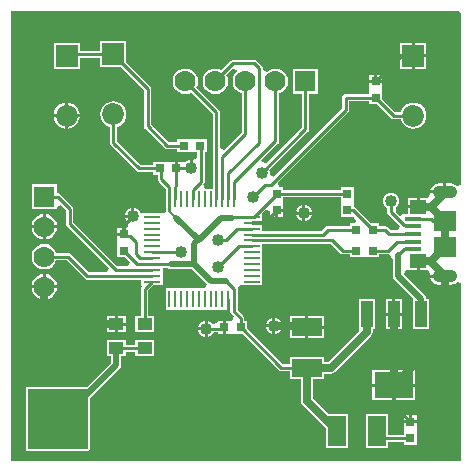
<source format=gtl>
%FSLAX25Y25*%
%MOIN*%
G70*
G01*
G75*
G04 Layer_Physical_Order=1*
G04 Layer_Color=255*
%ADD10R,0.05709X0.04528*%
%ADD11R,0.07480X0.06890*%
%ADD12R,0.05512X0.01575*%
%ADD13R,0.01100X0.05800*%
%ADD14R,0.05800X0.01100*%
%ADD15R,0.03937X0.08661*%
%ADD16R,0.12992X0.08661*%
%ADD17R,0.10000X0.06000*%
%ADD18R,0.03000X0.03000*%
%ADD19R,0.03000X0.03000*%
%ADD20R,0.06000X0.10000*%
%ADD21R,0.05000X0.04000*%
%ADD22C,0.01000*%
%ADD23C,0.02000*%
%ADD24C,0.02500*%
%ADD25C,0.00800*%
%ADD26R,0.20000X0.20000*%
%ADD27C,0.07284*%
%ADD28R,0.07284X0.07284*%
%ADD29O,0.08268X0.04134*%
%ADD30C,0.07000*%
%ADD31R,0.07000X0.07000*%
%ADD32R,0.07000X0.07000*%
%ADD33C,0.04000*%
G36*
X209800Y186800D02*
X209800Y186800D01*
X209800Y185700D01*
X209800D01*
Y181300D01*
X214130D01*
X214315Y181023D01*
X214840Y179755D01*
X214610Y179200D01*
X212800D01*
Y178224D01*
X205500D01*
X205032Y178130D01*
X204635Y177865D01*
X203393Y176623D01*
X183700D01*
Y178150D01*
Y178900D01*
X180100D01*
Y179900D01*
X183700D01*
Y180050D01*
Y182470D01*
X184914Y183684D01*
X186300Y183110D01*
Y181300D01*
X188000D01*
Y183500D01*
X188500D01*
Y184000D01*
X190700D01*
Y185700D01*
D01*
Y185700D01*
X190700Y185700D01*
Y186800D01*
D01*
X190700Y187777D01*
X209800D01*
Y186800D01*
D02*
G37*
G36*
X249500Y249500D02*
X250000Y249000D01*
Y192050D01*
X248580Y191568D01*
X248540Y191619D01*
X247962Y192063D01*
X247289Y192341D01*
X246567Y192437D01*
X245000D01*
Y189646D01*
X244500D01*
Y189146D01*
X239708D01*
X239737Y188923D01*
X239740Y188916D01*
X238907Y187669D01*
X236221D01*
Y184705D01*
X235720D01*
Y184205D01*
X232166D01*
Y182176D01*
X230611D01*
X230611Y182176D01*
Y182176D01*
X229521Y181725D01*
X228397Y182849D01*
X228250Y183203D01*
X228336Y184505D01*
X228426Y184574D01*
X228858Y185138D01*
X229131Y185795D01*
X229223Y186500D01*
X229131Y187205D01*
X228858Y187862D01*
X228426Y188426D01*
X227862Y188858D01*
X227205Y189130D01*
X226500Y189223D01*
X225795Y189130D01*
X225138Y188858D01*
X224574Y188426D01*
X224142Y187862D01*
X223869Y187205D01*
X223777Y186500D01*
X223869Y185795D01*
X224142Y185138D01*
X224574Y184574D01*
X225138Y184142D01*
X225276Y184084D01*
Y183016D01*
X225276Y183016D01*
X225276D01*
X225370Y182547D01*
X225635Y182150D01*
X229605Y178180D01*
X229031Y176794D01*
X226436D01*
X225365Y177865D01*
X224968Y178130D01*
X224500Y178224D01*
X222700D01*
Y179200D01*
X220030D01*
X214865Y184365D01*
X214468Y184630D01*
X214200Y184684D01*
Y185700D01*
D01*
Y185700D01*
X214200Y185700D01*
Y186800D01*
X214200D01*
Y191200D01*
X209800D01*
Y190224D01*
X190700D01*
Y191200D01*
X189390D01*
X188816Y192586D01*
X212365Y216135D01*
X212630Y216532D01*
X212723Y217000D01*
X212723Y217000D01*
X212723Y217000D01*
Y217000D01*
Y219777D01*
X219300D01*
Y218800D01*
X221970D01*
X226635Y214135D01*
X227032Y213870D01*
X227500Y213776D01*
X229807D01*
X230207Y212810D01*
X230904Y211904D01*
X231810Y211208D01*
X232867Y210770D01*
X234000Y210621D01*
X235133Y210770D01*
X236190Y211208D01*
X237097Y211904D01*
X237792Y212810D01*
X238230Y213867D01*
X238379Y215000D01*
X238230Y216133D01*
X237792Y217190D01*
X237097Y218096D01*
X236190Y218793D01*
X235133Y219230D01*
X234000Y219379D01*
X232867Y219230D01*
X231810Y218793D01*
X230904Y218096D01*
X230207Y217190D01*
X229807Y216224D01*
X228007D01*
X223700Y220530D01*
Y223200D01*
D01*
Y223200D01*
X223700Y223200D01*
Y224300D01*
X223700D01*
Y226000D01*
X219300D01*
Y224300D01*
X219300Y224300D01*
X219300Y223200D01*
D01*
X219300Y222223D01*
X211500D01*
X211032Y222130D01*
X210635Y221865D01*
X210370Y221468D01*
X210277Y221000D01*
Y217507D01*
X187498Y194729D01*
X187286Y194816D01*
X186142Y195381D01*
X186223Y196000D01*
X186130Y196705D01*
X186073Y196843D01*
X198865Y209635D01*
X199130Y210032D01*
X199130Y210032D01*
X199130Y210032D01*
X199223Y210500D01*
Y222300D01*
X202200D01*
Y230700D01*
X193800D01*
Y222300D01*
X196776D01*
Y211007D01*
X184980Y199211D01*
X183520Y199551D01*
X183333Y200102D01*
X188865Y205635D01*
X189130Y206032D01*
X189224Y206500D01*
X189224Y206500D01*
X189224Y206500D01*
Y206500D01*
Y222461D01*
X190118Y222831D01*
X190996Y223505D01*
X191669Y224382D01*
X192092Y225404D01*
X192236Y226500D01*
X192092Y227596D01*
X191669Y228618D01*
X190996Y229496D01*
X190118Y230169D01*
X189096Y230592D01*
X188000Y230736D01*
X186904Y230592D01*
X185882Y230169D01*
X185269Y229698D01*
X183923Y230362D01*
Y230800D01*
X183830Y231268D01*
X183565Y231665D01*
X181865Y233365D01*
X181468Y233630D01*
X181000Y233723D01*
X174000D01*
X173532Y233630D01*
X173135Y233365D01*
X169991Y230221D01*
X169096Y230592D01*
X168000Y230736D01*
X166904Y230592D01*
X165882Y230169D01*
X165005Y229495D01*
X164331Y228618D01*
X163908Y227596D01*
X163764Y226500D01*
X163908Y225404D01*
X164331Y224382D01*
X165005Y223504D01*
X165882Y222831D01*
X166904Y222408D01*
X168000Y222264D01*
X169096Y222408D01*
X170118Y222831D01*
X170995Y223504D01*
X171669Y224382D01*
X172092Y225404D01*
X172236Y226500D01*
X172092Y227596D01*
X171721Y228491D01*
X173865Y230635D01*
X175163Y230332D01*
X175305Y229726D01*
X175004Y229496D01*
X174331Y228618D01*
X173908Y227596D01*
X173764Y226500D01*
X173908Y225404D01*
X174331Y224382D01*
X175004Y223504D01*
X175882Y222831D01*
X176777Y222461D01*
Y209507D01*
X171009Y203740D01*
X169623Y204314D01*
Y216100D01*
X169530Y216568D01*
X169265Y216965D01*
X161721Y224509D01*
X162092Y225403D01*
X162236Y226500D01*
X162092Y227596D01*
X161669Y228618D01*
X160995Y229495D01*
X160118Y230169D01*
X159096Y230592D01*
X158000Y230736D01*
X156904Y230592D01*
X155882Y230169D01*
X155005Y229495D01*
X154331Y228618D01*
X153908Y227596D01*
X153764Y226500D01*
X153908Y225403D01*
X154331Y224382D01*
X155005Y223504D01*
X155882Y222831D01*
X156904Y222408D01*
X158000Y222264D01*
X159096Y222408D01*
X159991Y222779D01*
X167176Y215593D01*
Y190700D01*
X164638D01*
X164065Y192082D01*
X164330Y192479D01*
X164424Y192947D01*
Y202800D01*
X165200D01*
Y207200D01*
X160800D01*
D01*
D01*
X160800Y207200D01*
X159700D01*
Y207200D01*
X155300D01*
Y206224D01*
X152507D01*
X146723Y212007D01*
Y224000D01*
X146630Y224468D01*
X146524Y224627D01*
X146365Y224865D01*
X138342Y232889D01*
Y239842D01*
X129658D01*
Y236723D01*
X122842D01*
Y239342D01*
X114158D01*
Y230658D01*
X122842D01*
Y234277D01*
X129658D01*
Y231158D01*
X136611D01*
X144276Y223493D01*
Y211500D01*
X144276Y211500D01*
X144276D01*
X144370Y211032D01*
X144635Y210635D01*
X151135Y204135D01*
X151532Y203870D01*
X152000Y203777D01*
X155300D01*
Y202800D01*
X159700D01*
Y202800D01*
X159700D01*
X159700Y202800D01*
X160800D01*
D01*
X161977Y202800D01*
Y200954D01*
X160729Y200120D01*
X160705Y200131D01*
X160500Y200157D01*
Y197500D01*
X159500D01*
Y200157D01*
X159295Y200131D01*
X158638Y199858D01*
X158074Y199426D01*
X157200Y199700D01*
X157296Y199519D01*
X157200Y199700D01*
X157200D01*
D01*
D01*
X156639Y199700D01*
X156639Y199700D01*
X156639Y199700D01*
X155500D01*
Y197500D01*
X154500D01*
Y199700D01*
X152800D01*
D01*
D01*
X152800Y199700D01*
X151700D01*
Y199700D01*
X147300D01*
Y198723D01*
X143007D01*
X135223Y206507D01*
Y211307D01*
X136190Y211707D01*
X137097Y212403D01*
X137793Y213310D01*
X138230Y214367D01*
X138379Y215500D01*
X138230Y216633D01*
X137793Y217690D01*
X137097Y218597D01*
X136190Y219292D01*
X135133Y219730D01*
X134000Y219879D01*
X132867Y219730D01*
X131810Y219292D01*
X130903Y218597D01*
X130208Y217690D01*
X129770Y216633D01*
X129621Y215500D01*
X129770Y214367D01*
X130208Y213310D01*
X130903Y212403D01*
X131810Y211707D01*
X132776Y211307D01*
Y206000D01*
X132776Y206000D01*
X132776D01*
X132870Y205532D01*
X133135Y205135D01*
X141635Y196635D01*
X141873Y196476D01*
X142032Y196370D01*
X142500Y196276D01*
X147300D01*
Y195300D01*
X148776D01*
Y193900D01*
X148776Y193900D01*
X148776D01*
X148870Y193432D01*
X149135Y193035D01*
X151456Y190714D01*
X151450Y190700D01*
X151450D01*
X151450Y190700D01*
Y183500D01*
X151450D01*
Y182800D01*
X150500Y182550D01*
X150500Y182550D01*
X150500Y182550D01*
X143964D01*
X143964Y182550D01*
X143964Y182550D01*
X143300Y182550D01*
D01*
D01*
D01*
X143300D01*
X142988D01*
X142858Y182862D01*
X142426Y183426D01*
X141862Y183858D01*
X141205Y184131D01*
X141000Y184158D01*
Y181500D01*
X140500D01*
Y181000D01*
X137843D01*
X137870Y180795D01*
X138142Y180138D01*
X138574Y179574D01*
X139138Y179142D01*
X138541Y177700D01*
X138000D01*
Y175500D01*
X137500D01*
Y175000D01*
X135300D01*
Y173300D01*
X135300Y173300D01*
X135300Y172200D01*
X135300D01*
Y167800D01*
X137970D01*
X139560Y166209D01*
X138986Y164823D01*
X135407D01*
X120723Y179507D01*
Y184000D01*
X120630Y184468D01*
X120365Y184865D01*
X116365Y188865D01*
X115968Y189130D01*
X115500Y189224D01*
X115200D01*
Y192200D01*
X106800D01*
Y183800D01*
X115200D01*
Y184610D01*
X116586Y185184D01*
X118277Y183493D01*
Y179000D01*
X118277Y179000D01*
X118277D01*
X118370Y178532D01*
X118635Y178135D01*
X132560Y164209D01*
X131986Y162823D01*
X125907D01*
X119865Y168865D01*
X119468Y169130D01*
X119000Y169223D01*
X115039D01*
X114669Y170118D01*
X113996Y170995D01*
X113118Y171669D01*
X112096Y172092D01*
X111000Y172236D01*
X109904Y172092D01*
X108882Y171669D01*
X108004Y170995D01*
X107331Y170118D01*
X106908Y169096D01*
X106764Y168000D01*
X106908Y166904D01*
X107331Y165882D01*
X108004Y165005D01*
X108882Y164331D01*
X109904Y163908D01*
X111000Y163764D01*
X112096Y163908D01*
X113118Y164331D01*
X113996Y165005D01*
X114669Y165882D01*
X115039Y166777D01*
X118493D01*
X124535Y160735D01*
X124535Y160735D01*
X124535D01*
X124535Y160735D01*
X124535D01*
X124535Y160735D01*
Y160735D01*
Y160735D01*
D01*
D01*
X124535D01*
Y160735D01*
X124932Y160470D01*
X125400Y160377D01*
X143300D01*
Y160350D01*
Y158450D01*
X143300D01*
X143635Y158165D01*
X143370Y157768D01*
X143277Y157300D01*
Y148200D01*
X141300D01*
Y142800D01*
X147700D01*
Y148200D01*
X145723D01*
Y156793D01*
X147380Y158450D01*
X150500D01*
Y160350D01*
Y162350D01*
Y164350D01*
Y164376D01*
X152173D01*
X152174Y164374D01*
X152737Y163999D01*
X153400Y163867D01*
X160182D01*
X165163Y158886D01*
X164860Y158154D01*
X164423Y157500D01*
X151450D01*
Y150300D01*
X171900D01*
Y153900D01*
X172900D01*
Y150300D01*
X173076D01*
Y149700D01*
X173170Y149232D01*
X173435Y148835D01*
X174184Y148086D01*
X173610Y146700D01*
X173200D01*
Y146700D01*
X171500D01*
Y144500D01*
Y142300D01*
X173200D01*
Y142300D01*
X173200D01*
X173200Y142300D01*
X174300D01*
Y142300D01*
X176970D01*
X189135Y130135D01*
X189532Y129870D01*
X190000Y129777D01*
X192800D01*
Y127300D01*
X196512D01*
Y120000D01*
X196512Y120000D01*
X196512D01*
X196663Y119239D01*
X197094Y118594D01*
X204800Y110888D01*
Y104300D01*
X212200D01*
Y115700D01*
X205612D01*
X200488Y120824D01*
Y127300D01*
X204200D01*
Y129012D01*
X206500D01*
X207261Y129163D01*
X207906Y129594D01*
X207906Y129594D01*
X207906Y129594D01*
X219851Y141539D01*
X220282Y142184D01*
X220433Y142945D01*
X220433Y142945D01*
Y142945D01*
Y142945D01*
X220433D01*
X220433D01*
Y143780D01*
X221113D01*
Y153842D01*
X215776D01*
Y143780D01*
X215776D01*
X215776Y143088D01*
X205677Y132988D01*
X204200D01*
Y134700D01*
X192800D01*
Y132223D01*
X190507D01*
X178700Y144030D01*
Y146700D01*
X177724D01*
Y147500D01*
X177630Y147968D01*
X177365Y148365D01*
X175523Y150207D01*
Y150300D01*
X175550D01*
Y157500D01*
X175550D01*
Y157917D01*
X176500Y158450D01*
D01*
X176500Y158450D01*
X183700D01*
Y160350D01*
Y162350D01*
Y164350D01*
Y166250D01*
Y168250D01*
Y170250D01*
Y172250D01*
Y172276D01*
X206493D01*
X209635Y169135D01*
X210032Y168870D01*
X210500Y168777D01*
X212800D01*
Y167800D01*
X217200D01*
Y167800D01*
X217200D01*
X217200Y167800D01*
X218300D01*
Y167800D01*
X222700D01*
Y168777D01*
X225500D01*
X225968Y168870D01*
X227267Y166926D01*
Y161500D01*
X227399Y160837D01*
X227774Y160274D01*
X233980Y154068D01*
X233887Y153842D01*
X233887D01*
X233887Y153842D01*
Y143780D01*
X239224D01*
Y153842D01*
X238288D01*
Y153945D01*
X238157Y154608D01*
X237781Y155171D01*
X230864Y162087D01*
X231438Y163473D01*
X232166D01*
Y163473D01*
X235221D01*
Y166437D01*
X236221D01*
Y163473D01*
X238907D01*
X239740Y162226D01*
X239737Y162218D01*
X239708Y161996D01*
X244500D01*
Y161496D01*
X245000D01*
Y158705D01*
X246567D01*
X247289Y158800D01*
X247962Y159079D01*
X248540Y159523D01*
X248580Y159574D01*
X250000Y159092D01*
Y100000D01*
X100000D01*
Y250000D01*
X249000D01*
X249500Y249500D01*
D02*
G37*
%LPC*%
G36*
X198000Y148200D02*
X192800D01*
Y145000D01*
X198000D01*
Y148200D01*
D02*
G37*
G36*
X204200D02*
X199000D01*
Y145000D01*
X204200D01*
Y148200D01*
D02*
G37*
G36*
X164500Y146658D02*
X164295Y146631D01*
X163638Y146358D01*
X163074Y145926D01*
X162642Y145362D01*
X162370Y144705D01*
X162343Y144500D01*
X164500D01*
Y146658D01*
D02*
G37*
G36*
X138200Y145000D02*
X135500D01*
Y142800D01*
X138200D01*
Y145000D01*
D02*
G37*
G36*
X227000Y148311D02*
X224832D01*
Y143780D01*
X227000D01*
Y148311D01*
D02*
G37*
G36*
X230169D02*
X228000D01*
Y143780D01*
X230169D01*
Y148311D01*
D02*
G37*
G36*
X138200Y148200D02*
X135500D01*
Y146000D01*
X138200D01*
Y148200D01*
D02*
G37*
G36*
X227000Y153842D02*
X224832D01*
Y149311D01*
X227000D01*
Y153842D01*
D02*
G37*
G36*
X230169D02*
X228000D01*
Y149311D01*
X230169D01*
Y153842D01*
D02*
G37*
G36*
X134500Y148200D02*
X131800D01*
Y146000D01*
X134500D01*
Y148200D01*
D02*
G37*
G36*
X187000Y147658D02*
X186795Y147631D01*
X186138Y147358D01*
X185574Y146926D01*
X185142Y146362D01*
X184870Y145705D01*
X184843Y145500D01*
X187000D01*
Y147658D01*
D02*
G37*
G36*
X188000D02*
Y145500D01*
X190157D01*
X190130Y145705D01*
X189858Y146362D01*
X189426Y146926D01*
X188862Y147358D01*
X188205Y147631D01*
X188000Y147658D01*
D02*
G37*
G36*
X168800Y146700D02*
X168545Y145981D01*
X167063Y145747D01*
X166926Y145926D01*
X166362Y146358D01*
X165705Y146631D01*
X165500Y146658D01*
Y144000D01*
Y141342D01*
X165705Y141369D01*
X166362Y141642D01*
X166926Y142074D01*
X167358Y142638D01*
D01*
Y142638D01*
X167358D01*
D01*
Y142638D01*
X168800Y143141D01*
Y142300D01*
X170500D01*
Y144500D01*
Y146700D01*
X168800D01*
Y146700D01*
D02*
G37*
G36*
X134500Y145000D02*
X131800D01*
Y142800D01*
X134500D01*
Y145000D01*
D02*
G37*
G36*
X227000Y124689D02*
X220304D01*
Y120158D01*
X227000D01*
Y124689D01*
D02*
G37*
G36*
X234696D02*
X228000D01*
Y120158D01*
X234696D01*
Y124689D01*
D02*
G37*
G36*
X227000Y130220D02*
X220304D01*
Y125689D01*
X227000D01*
Y130220D01*
D02*
G37*
G36*
X225700Y115700D02*
X218300D01*
Y104300D01*
X225700D01*
Y106277D01*
X230800D01*
Y105300D01*
X235200D01*
Y109700D01*
D01*
Y109700D01*
X235200Y109700D01*
Y110800D01*
X235200D01*
Y112500D01*
X230800D01*
Y110800D01*
X230800Y110800D01*
X230800Y109700D01*
D01*
X230800Y108723D01*
X225700D01*
Y115700D01*
D02*
G37*
G36*
X232500Y115200D02*
X230800D01*
Y113500D01*
X232500D01*
Y115200D01*
D02*
G37*
G36*
X235200D02*
X233500D01*
Y113500D01*
X235200D01*
Y115200D01*
D02*
G37*
G36*
X234696Y130220D02*
X228000D01*
Y125689D01*
X234696D01*
Y130220D01*
D02*
G37*
G36*
X164500Y143500D02*
X162343D01*
X162370Y143295D01*
X162642Y142638D01*
X163074Y142074D01*
X163638Y141642D01*
X164295Y141369D01*
X164500Y141342D01*
Y143500D01*
D02*
G37*
G36*
X187000Y144500D02*
X184843D01*
X184870Y144295D01*
X185142Y143638D01*
X185574Y143074D01*
X186138Y142642D01*
X186795Y142369D01*
X187000Y142342D01*
Y144500D01*
D02*
G37*
G36*
X190157D02*
X188000D01*
Y142342D01*
X188205Y142369D01*
X188862Y142642D01*
X189426Y143074D01*
X189858Y143638D01*
X190130Y144295D01*
X190157Y144500D01*
D02*
G37*
G36*
X147700Y140200D02*
X141300D01*
Y138724D01*
X138200D01*
Y140200D01*
X131800D01*
Y134800D01*
X133267D01*
Y132718D01*
X125262Y124714D01*
X105500D01*
X105227Y124659D01*
X104995Y124505D01*
X104841Y124273D01*
X104786Y124000D01*
Y104000D01*
X104841Y103727D01*
X104995Y103495D01*
X105227Y103341D01*
X105500Y103286D01*
X125500D01*
X125773Y103341D01*
X126005Y103495D01*
X126159Y103727D01*
X126214Y104000D01*
Y120762D01*
X136226Y130774D01*
X136601Y131337D01*
X136733Y132000D01*
X136733Y132000D01*
Y134800D01*
X138200D01*
Y136276D01*
X141300D01*
Y134800D01*
X147700D01*
Y140200D01*
D02*
G37*
G36*
X198000Y144000D02*
X192800D01*
Y140800D01*
X198000D01*
Y144000D01*
D02*
G37*
G36*
X204200D02*
X199000D01*
Y140800D01*
X204200D01*
Y144000D01*
D02*
G37*
G36*
X110500Y157500D02*
X106830D01*
X106908Y156904D01*
X107331Y155882D01*
X108004Y155005D01*
X108882Y154331D01*
X109904Y153908D01*
X110500Y153830D01*
Y157500D01*
D02*
G37*
G36*
X118000Y214500D02*
X114187D01*
X114270Y213867D01*
X114708Y212810D01*
X115403Y211904D01*
X116310Y211208D01*
X117367Y210770D01*
X118000Y210687D01*
Y214500D01*
D02*
G37*
G36*
X122813D02*
X119000D01*
Y210687D01*
X119633Y210770D01*
X120690Y211208D01*
X121597Y211904D01*
X122292Y212810D01*
X122730Y213867D01*
X122813Y214500D01*
D02*
G37*
G36*
X118000Y219313D02*
X117367Y219230D01*
X116310Y218793D01*
X115403Y218096D01*
X114708Y217190D01*
X114270Y216133D01*
X114187Y215500D01*
X118000D01*
Y219313D01*
D02*
G37*
G36*
X198000Y185158D02*
Y183000D01*
X200157D01*
X200131Y183205D01*
X199858Y183862D01*
X199426Y184426D01*
X198862Y184858D01*
X198205Y185131D01*
X198000Y185158D01*
D02*
G37*
G36*
X235221Y187669D02*
X232166D01*
Y185205D01*
X235221D01*
Y187669D01*
D02*
G37*
G36*
X244000Y192437D02*
X242433D01*
X241711Y192341D01*
X241038Y192063D01*
X240460Y191619D01*
X240016Y191041D01*
X239737Y190368D01*
X239708Y190146D01*
X244000D01*
Y192437D01*
D02*
G37*
G36*
X119000Y219313D02*
Y215500D01*
X122813D01*
X122730Y216133D01*
X122292Y217190D01*
X121597Y218096D01*
X120690Y218793D01*
X119633Y219230D01*
X119000Y219313D01*
D02*
G37*
G36*
X238342Y234500D02*
X234500D01*
Y230658D01*
X238342D01*
Y234500D01*
D02*
G37*
G36*
X233500Y239342D02*
X229658D01*
Y235500D01*
X233500D01*
Y239342D01*
D02*
G37*
G36*
X238342D02*
X234500D01*
Y235500D01*
X238342D01*
Y239342D01*
D02*
G37*
G36*
X221000Y228700D02*
X219300D01*
Y227000D01*
X221000D01*
Y228700D01*
D02*
G37*
G36*
X223700D02*
X222000D01*
Y227000D01*
X223700D01*
Y228700D01*
D02*
G37*
G36*
X233500Y234500D02*
X229658D01*
Y230658D01*
X233500D01*
Y234500D01*
D02*
G37*
G36*
X197000Y185158D02*
X196795Y185131D01*
X196138Y184858D01*
X195574Y184426D01*
X195142Y183862D01*
X194869Y183205D01*
X194843Y183000D01*
X197000D01*
Y185158D01*
D02*
G37*
G36*
X244000Y160996D02*
X239708D01*
X239737Y160774D01*
X240016Y160101D01*
X240460Y159523D01*
X241038Y159079D01*
X241711Y158800D01*
X242433Y158705D01*
X244000D01*
Y160996D01*
D02*
G37*
G36*
X110500Y177500D02*
X106830D01*
X106908Y176904D01*
X107331Y175882D01*
X108004Y175004D01*
X108882Y174331D01*
X109904Y173908D01*
X110500Y173830D01*
Y177500D01*
D02*
G37*
G36*
X115170D02*
X111500D01*
Y173830D01*
X112096Y173908D01*
X113118Y174331D01*
X113996Y175004D01*
X114669Y175882D01*
X115092Y176904D01*
X115170Y177500D01*
D02*
G37*
G36*
X115170Y157500D02*
X111500D01*
Y153830D01*
X112096Y153908D01*
X113118Y154331D01*
X113996Y155005D01*
X114669Y155882D01*
X115092Y156904D01*
X115170Y157500D01*
D02*
G37*
G36*
X110500Y162170D02*
X109904Y162092D01*
X108882Y161669D01*
X108004Y160995D01*
X107331Y160118D01*
X106908Y159096D01*
X106830Y158500D01*
X110500D01*
Y162170D01*
D02*
G37*
G36*
X111500D02*
Y158500D01*
X115170D01*
X115092Y159096D01*
X114669Y160118D01*
X113996Y160995D01*
X113118Y161669D01*
X112096Y162092D01*
X111500Y162170D01*
D02*
G37*
G36*
X137000Y177700D02*
X135300D01*
Y176000D01*
X137000D01*
Y177700D01*
D02*
G37*
G36*
X200157Y182000D02*
X198000D01*
Y179842D01*
X198205Y179869D01*
X198862Y180142D01*
X199426Y180574D01*
X199858Y181138D01*
X200131Y181795D01*
X200157Y182000D01*
D02*
G37*
G36*
X190700Y183000D02*
X189000D01*
Y181300D01*
X190700D01*
Y183000D01*
D02*
G37*
G36*
X140000Y184158D02*
X139795Y184131D01*
X139138Y183858D01*
X138574Y183426D01*
X138142Y182862D01*
X137870Y182205D01*
X137843Y182000D01*
X140000D01*
Y184158D01*
D02*
G37*
G36*
X110500Y182170D02*
X109904Y182092D01*
X108882Y181669D01*
X108004Y180996D01*
X107331Y180118D01*
X106908Y179096D01*
X106830Y178500D01*
X110500D01*
Y182170D01*
D02*
G37*
G36*
X111500D02*
Y178500D01*
X115170D01*
X115092Y179096D01*
X114669Y180118D01*
X113996Y180996D01*
X113118Y181669D01*
X112096Y182092D01*
X111500Y182170D01*
D02*
G37*
G36*
X197000Y182000D02*
X194843D01*
X194869Y181795D01*
X195142Y181138D01*
X195574Y180574D01*
X196138Y180142D01*
X196795Y179869D01*
X197000Y179842D01*
Y182000D01*
D02*
G37*
%LPD*%
D10*
X235720Y184705D02*
D03*
Y166437D02*
D03*
D11*
X244500Y180000D02*
D03*
Y171142D02*
D03*
D12*
X234067Y180689D02*
D03*
Y178130D02*
D03*
Y175571D02*
D03*
Y173012D02*
D03*
Y170453D02*
D03*
D13*
X152700Y187100D02*
D03*
X154600D02*
D03*
X156600D02*
D03*
X158600D02*
D03*
X160500D02*
D03*
X162500D02*
D03*
X164500D02*
D03*
X166500D02*
D03*
X168400D02*
D03*
X170400D02*
D03*
X172400D02*
D03*
X174300D02*
D03*
Y153900D02*
D03*
X172400D02*
D03*
X170400D02*
D03*
X168400D02*
D03*
X166500D02*
D03*
X164500D02*
D03*
X162500D02*
D03*
X160500D02*
D03*
X158600D02*
D03*
X156600D02*
D03*
X154600D02*
D03*
X152700D02*
D03*
D14*
X180100Y181300D02*
D03*
Y179400D02*
D03*
Y177400D02*
D03*
Y175400D02*
D03*
Y173500D02*
D03*
Y171500D02*
D03*
Y169500D02*
D03*
Y167500D02*
D03*
Y165600D02*
D03*
Y163600D02*
D03*
Y161600D02*
D03*
Y159700D02*
D03*
X146900D02*
D03*
Y161600D02*
D03*
Y163600D02*
D03*
Y165600D02*
D03*
Y167500D02*
D03*
Y169500D02*
D03*
Y171500D02*
D03*
Y173500D02*
D03*
Y175400D02*
D03*
Y177400D02*
D03*
Y179400D02*
D03*
Y181300D02*
D03*
D15*
X236555Y148811D02*
D03*
X227500D02*
D03*
X218445D02*
D03*
D16*
X227500Y125189D02*
D03*
D17*
X198500Y131000D02*
D03*
Y144500D02*
D03*
D18*
X137500Y170000D02*
D03*
Y175500D02*
D03*
X188500Y189000D02*
D03*
Y183500D02*
D03*
X221500Y221000D02*
D03*
Y226500D02*
D03*
X233000Y107500D02*
D03*
Y113000D02*
D03*
X212000Y189000D02*
D03*
Y183500D02*
D03*
D19*
X176500Y144500D02*
D03*
X171000D02*
D03*
X157500Y205000D02*
D03*
X163000D02*
D03*
X220500Y170000D02*
D03*
X215000D02*
D03*
X220500Y177000D02*
D03*
X215000D02*
D03*
X149500Y197500D02*
D03*
X155000D02*
D03*
D20*
X222000Y110000D02*
D03*
X208500D02*
D03*
D21*
X144500Y145500D02*
D03*
Y137500D02*
D03*
X135000Y145500D02*
D03*
Y137500D02*
D03*
D22*
X145500Y211500D02*
X152000Y205000D01*
X145500Y211500D02*
Y224000D01*
X134000Y235500D02*
X145500Y224000D01*
X154600Y187100D02*
Y191100D01*
X134000Y206000D02*
X142500Y197500D01*
X134000Y206000D02*
Y215500D01*
X119000Y235500D02*
X134000D01*
X118500Y235000D02*
X119000Y235500D01*
X137500Y175500D02*
X138000Y175000D01*
X139500D01*
X141500Y173000D01*
Y169000D02*
Y173000D01*
Y169000D02*
X143000Y167500D01*
X146900D01*
X137500Y170000D02*
X141900Y165600D01*
X146900D01*
X125400Y161600D02*
X146900D01*
X119000Y168000D02*
X125400Y161600D01*
X111000Y168000D02*
X119000D01*
X134900Y163600D02*
X146900D01*
X119500Y179000D02*
X134900Y163600D01*
X119500Y179000D02*
Y184000D01*
X115500Y188000D02*
X119500Y184000D01*
X111000Y188000D02*
X115500D01*
X144500Y145500D02*
Y157300D01*
X146900Y159700D01*
X135000Y137500D02*
X144500D01*
X174300Y149700D02*
Y153900D01*
Y149700D02*
X176500Y147500D01*
Y144500D02*
Y147500D01*
X171000Y144500D02*
Y147500D01*
X172400Y148900D01*
Y153900D01*
X224500Y107500D02*
X233000D01*
X222000Y110000D02*
X224500Y107500D01*
X227500Y118500D02*
X233000Y113000D01*
X227500Y118500D02*
Y125189D01*
X240500Y180000D02*
X244500D01*
X239811Y180689D02*
X240500Y180000D01*
X234067Y180689D02*
X239811D01*
X227500Y215000D02*
X234000D01*
X221500Y221000D02*
X227500Y215000D01*
X221500Y226500D02*
X230000Y235000D01*
X234000D01*
X231386Y178130D02*
X234067D01*
X214000Y183500D02*
X220500Y177000D01*
X212000Y183500D02*
X214000D01*
X188500Y189000D02*
X212000D01*
X184400Y179400D02*
X188500Y183500D01*
X180100Y179400D02*
X184400D01*
X180800Y181300D02*
X188500Y189000D01*
X180100Y181300D02*
X180800D01*
X152000Y205000D02*
X157500D01*
X160500Y187100D02*
Y190247D01*
X165000Y144000D02*
X170500D01*
X171000Y144500D01*
X176500D02*
X190000Y131000D01*
X198500D01*
X137500Y175500D02*
Y178500D01*
X140500Y181500D01*
X211500Y221000D02*
X221500D01*
X146900Y169500D02*
X156500D01*
X188000Y206500D02*
Y226500D01*
X174300Y192800D02*
X188000Y206500D01*
X174300Y187100D02*
Y192800D01*
X178000Y209000D02*
Y226500D01*
X170400Y201400D02*
X178000Y209000D01*
X170400Y187100D02*
Y201400D01*
X168000Y226500D02*
X174000Y232500D01*
X181000D01*
X182700Y230800D01*
Y224353D02*
Y230800D01*
X182500Y224153D02*
X182700Y224353D01*
X182500Y206000D02*
Y224153D01*
X172400Y195900D02*
X182500Y206000D01*
X172400Y187100D02*
Y195900D01*
X158000Y226500D02*
X168400Y216100D01*
Y187100D02*
Y216100D01*
X154600Y191100D02*
X155000Y191500D01*
Y197500D01*
X160000D01*
X142500D02*
X149500D01*
X150000Y197000D01*
Y193900D02*
Y197000D01*
Y193900D02*
X152700Y191200D01*
Y187100D02*
Y191200D01*
X163000Y205000D02*
X163200Y204800D01*
Y192947D02*
Y204800D01*
X160500Y190247D02*
X163200Y192947D01*
X183500Y196000D02*
X198000Y210500D01*
Y226500D01*
X211500Y217000D02*
Y221000D01*
X186500Y192000D02*
X211500Y217000D01*
X184500Y192000D02*
X186500D01*
X180500Y188000D02*
X184500Y192000D01*
X174150Y154050D02*
X174300Y153900D01*
X174150Y154050D02*
Y157297D01*
X171447Y160000D02*
X174150Y157297D01*
X146900Y165600D02*
X153400D01*
X152700Y183300D02*
Y187100D01*
X162500Y173500D02*
X163000D01*
X173500Y181000D02*
X173650Y181150D01*
X179950D01*
X180100Y181300D01*
X169000Y164500D02*
X176000Y171500D01*
X180100D01*
X195000Y182500D02*
X197500D01*
X194000Y183500D02*
X195000Y182500D01*
X188500Y183500D02*
X194000D01*
X169000Y173500D02*
X171500D01*
X175400Y177400D01*
X180100D01*
X220500Y177000D02*
X224500D01*
X230953Y170453D02*
X234067D01*
X220500Y170000D02*
X225500D01*
X228512Y173012D01*
X234067D01*
X224500Y177000D02*
X225929Y175571D01*
X234067D01*
X229000Y168500D02*
X230953Y170453D01*
X233495Y178702D02*
X234067Y178130D01*
X230814Y178702D02*
X233495D01*
X226500Y183016D02*
X230814Y178702D01*
X226500Y183016D02*
Y186500D01*
X180100Y175400D02*
X203900D01*
X205500Y177000D01*
X215000D01*
X180100Y173500D02*
X207000D01*
X210500Y170000D01*
X215000D01*
D23*
X135000Y132000D02*
Y137500D01*
X123500Y120500D02*
Y121500D01*
Y120500D02*
X135000Y132000D01*
X166500Y160000D02*
X171447D01*
X160900Y165600D02*
X166500Y160000D01*
X153400Y165600D02*
X160900D01*
Y172400D01*
X155000Y181000D02*
X162250Y173750D01*
X162500Y173500D01*
X170000Y181000D01*
X173500D01*
X160900Y172400D02*
X162250Y173750D01*
X236555Y148811D02*
Y153945D01*
X229000Y161500D02*
X236555Y153945D01*
X229000Y161500D02*
Y168500D01*
D24*
X126000Y145500D02*
X135000D01*
X122500Y142000D02*
X126000Y145500D01*
X111000Y144500D02*
Y158000D01*
X198500Y120000D02*
X208500Y110000D01*
X198500Y120000D02*
Y131000D01*
X218445Y142945D02*
Y148811D01*
X206500Y131000D02*
X218445Y142945D01*
X198500Y131000D02*
X206500D01*
X227500Y125189D02*
Y148811D01*
X239795Y166437D02*
X244500Y171142D01*
Y180000D01*
X235720Y184705D02*
X239795D01*
X244500Y180000D01*
X187500Y145000D02*
X198000D01*
X198500Y144500D01*
X235720Y166437D02*
X239559D01*
X244500Y161496D01*
X239559Y166437D02*
X239795D01*
Y184705D02*
X244500Y189409D01*
Y189646D01*
X227500Y125189D02*
X244500Y142189D01*
Y161496D01*
D25*
X152700Y183300D02*
X155000Y181000D01*
D26*
X115500Y114000D02*
D03*
Y136500D02*
D03*
D27*
X118500Y215000D02*
D03*
X134000Y215500D02*
D03*
X234000Y215000D02*
D03*
D28*
X118500Y235000D02*
D03*
X134000Y235500D02*
D03*
X234000Y235000D02*
D03*
D29*
X244500Y189646D02*
D03*
Y161496D02*
D03*
D30*
X158000Y226500D02*
D03*
X168000Y226500D02*
D03*
X188000Y226500D02*
D03*
X178000Y226500D02*
D03*
X111000Y158000D02*
D03*
X111000Y178000D02*
D03*
X111000Y168000D02*
D03*
D31*
X198000Y226500D02*
D03*
D32*
X111000Y188000D02*
D03*
D33*
X160000Y197500D02*
D03*
X140500Y181500D02*
D03*
X165000Y144000D02*
D03*
X187500Y145000D02*
D03*
X180500Y188000D02*
D03*
X156500Y169500D02*
D03*
X183500Y196000D02*
D03*
X197500Y182500D02*
D03*
X169000Y164500D02*
D03*
Y173500D02*
D03*
X226500Y186500D02*
D03*
M02*

</source>
